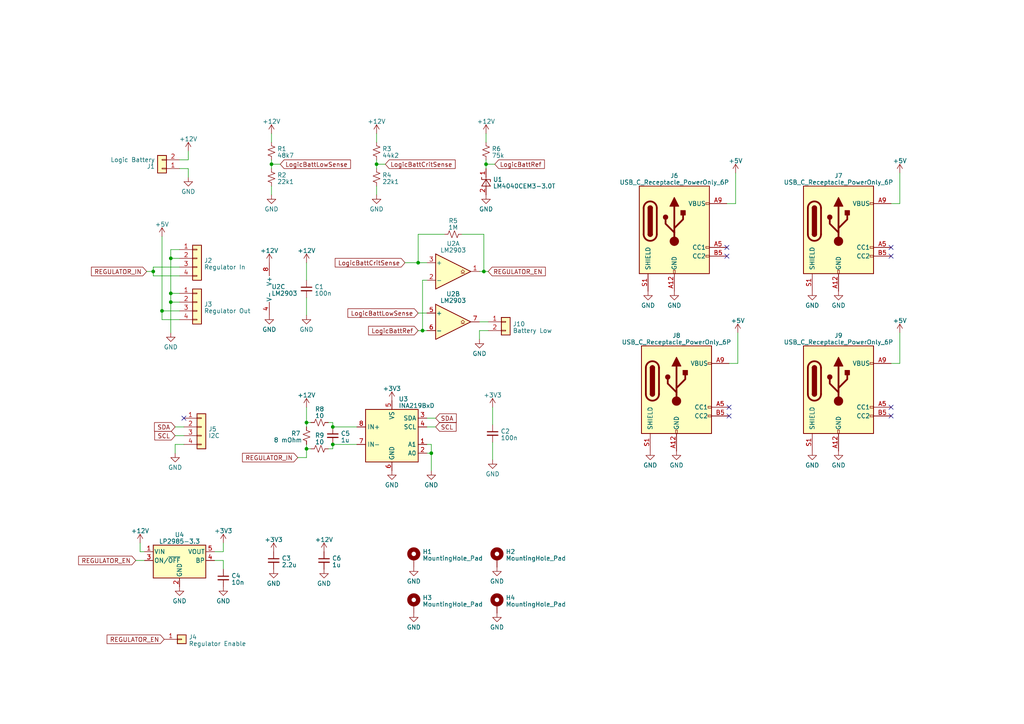
<source format=kicad_sch>
(kicad_sch (version 20230121) (generator eeschema)
  (paper "A4")
  (lib_symbols
    (symbol "Comparator:LM2903" (pin_names (offset 0.127))
      (property "Reference" "U" (at 3.81 3.81 0))
      (property "Value" "LM2903" (at 6.35 -3.81 0))
      (symbol "LM2903_1_1"
        (polyline (pts (xy -5.08 5.08) (xy 5.08 0) (xy -5.08 -5.08) (xy -5.08 5.08)) (stroke (width 0.254)) (fill (type background)))
        (polyline (pts (xy 3.302 -0.508) (xy 2.794 -0.508) (xy 3.302 0) (xy 2.794 0.508) (xy 2.286 0) (xy 2.794 -0.508) (xy 2.286 -0.508)) (stroke (width 0.127)))
        (pin open_collector line (at 7.62 0 180) (length 2.54) (name "~") (number "1"))
        (pin input line (at -7.62 -2.54 0) (length 2.54) (name "-") (number "2"))
        (pin input line (at -7.62 2.54 0) (length 2.54) (name "+") (number "3"))
      )
      (symbol "LM2903_2_1"
        (polyline (pts (xy -5.08 5.08) (xy 5.08 0) (xy -5.08 -5.08) (xy -5.08 5.08)) (stroke (width 0.254)) (fill (type background)))
        (polyline (pts (xy 3.302 -0.508) (xy 2.794 -0.508) (xy 3.302 0) (xy 2.794 0.508) (xy 2.286 0) (xy 2.794 -0.508) (xy 2.286 -0.508)) (stroke (width 0.127)))
        (pin input line (at -7.62 2.54 0) (length 2.54) (name "+") (number "5"))
        (pin input line (at -7.62 -2.54 0) (length 2.54) (name "-") (number "6"))
        (pin open_collector line (at 7.62 0 180) (length 2.54) (name "~") (number "7"))
      )
      (symbol "LM2903_3_1"
        (pin power_in line (at -2.54 -7.62 90) (length 3.81) (name "V-") (number "4"))
        (pin power_in line (at -2.54 7.62 270) (length 3.81) (name "V+") (number "8"))
      )
    )
    (symbol "Connector:USB_C_Receptacle_PowerOnly_6P" (pin_names (offset 1.016))
      (property "Reference" "J" (at 0 16.51 0))
      (property "Value" "USB_C_Receptacle_PowerOnly_6P" (at 0 13.97 0))
      (symbol "USB_C_Receptacle_PowerOnly_6P_0_0"
        (rectangle (start -0.254 -12.7) (end 0.254 -11.684))
        (rectangle (start 10.16 -7.366) (end 9.144 -7.874))
        (rectangle (start 10.16 -4.826) (end 9.144 -5.334))
        (rectangle (start 10.16 7.874) (end 9.144 7.366))
      )
      (symbol "USB_C_Receptacle_PowerOnly_6P_0_1"
        (rectangle (start -10.16 12.7) (end 10.16 -12.7) (stroke (width 0.254)) (fill (type background)))
        (arc (start -8.89 -1.27) (mid -6.985 -3.1667) (end -5.08 -1.27) (stroke (width 0.508)))
        (arc (start -7.62 -1.27) (mid -6.985 -1.9023) (end -6.35 -1.27) (stroke (width 0.254)))
        (arc (start -7.62 -1.27) (mid -6.985 -1.9023) (end -6.35 -1.27) (stroke (width 0.254)) (fill (type outline)))
        (rectangle (start -7.62 -1.27) (end -6.35 6.35) (stroke (width 0.254)) (fill (type outline)))
        (arc (start -6.35 6.35) (mid -6.985 6.9823) (end -7.62 6.35) (stroke (width 0.254)))
        (arc (start -6.35 6.35) (mid -6.985 6.9823) (end -7.62 6.35) (stroke (width 0.254)) (fill (type outline)))
        (arc (start -5.08 6.35) (mid -6.985 8.2467) (end -8.89 6.35) (stroke (width 0.508)))
        (circle (center -2.54 3.683) (radius 0.635) (stroke (width 0.254)) (fill (type outline)))
        (circle (center 0 -3.302) (radius 1.27) (fill (type outline)))
        (polyline (pts (xy -8.89 -1.27) (xy -8.89 6.35)) (stroke (width 0.508)))
        (polyline (pts (xy -5.08 6.35) (xy -5.08 -1.27)) (stroke (width 0.508)))
        (polyline (pts (xy 0 -3.302) (xy 0 6.858)) (stroke (width 0.508)))
        (polyline (pts (xy 0 -0.762) (xy -2.54 1.778) (xy -2.54 3.048)) (stroke (width 0.508)))
        (polyline (pts (xy 0 0.508) (xy 2.54 3.048) (xy 2.54 4.318)) (stroke (width 0.508)))
        (polyline (pts (xy -1.27 6.858) (xy 0 9.398) (xy 1.27 6.858) (xy -1.27 6.858)) (stroke (width 0.254)) (fill (type outline)))
        (rectangle (start 1.905 4.318) (end 3.175 5.588) (stroke (width 0.254)) (fill (type outline)))
      )
      (symbol "USB_C_Receptacle_PowerOnly_6P_1_1"
        (pin passive line (at 0 -17.78 90) (length 5.08) (name "GND") (number "A12"))
        (pin bidirectional line (at 15.24 -5.08 180) (length 5.08) (name "CC1") (number "A5"))
        (pin passive line (at 15.24 7.62 180) (length 5.08) (name "VBUS") (number "A9"))
        (pin passive line (at 0 -17.78 90) (length 5.08) hide (name "GND") (number "B12"))
        (pin bidirectional line (at 15.24 -7.62 180) (length 5.08) (name "CC2") (number "B5"))
        (pin passive line (at 15.24 7.62 180) (length 5.08) hide (name "VBUS") (number "B9"))
        (pin passive line (at -7.62 -17.78 90) (length 5.08) (name "SHIELD") (number "S1"))
      )
    )
    (symbol "Connector_Generic:Conn_01x01" (pin_names (offset 1.016) hide)
      (property "Reference" "J" (at 0 2.54 0))
      (property "Value" "Conn_01x01" (at 0 -2.54 0))
      (symbol "Conn_01x01_1_1"
        (rectangle (start -1.27 0.127) (end 0 -0.127) (stroke (width 0.1524)))
        (rectangle (start -1.27 1.27) (end 1.27 -1.27) (stroke (width 0.254)) (fill (type background)))
        (pin passive line (at -5.08 0 0) (length 3.81) (name "Pin_1") (number "1"))
      )
    )
    (symbol "Connector_Generic:Conn_01x02" (pin_names (offset 1.016) hide)
      (property "Reference" "J" (at 0 2.54 0))
      (property "Value" "Conn_01x02" (at 0 -5.08 0))
      (symbol "Conn_01x02_1_1"
        (rectangle (start -1.27 -2.413) (end 0 -2.667) (stroke (width 0.1524)))
        (rectangle (start -1.27 0.127) (end 0 -0.127) (stroke (width 0.1524)))
        (rectangle (start -1.27 1.27) (end 1.27 -3.81) (stroke (width 0.254)) (fill (type background)))
        (pin passive line (at -5.08 0 0) (length 3.81) (name "Pin_1") (number "1"))
        (pin passive line (at -5.08 -2.54 0) (length 3.81) (name "Pin_2") (number "2"))
      )
    )
    (symbol "Connector_Generic:Conn_01x04" (pin_names (offset 1.016) hide)
      (property "Reference" "J" (at 0 5.08 0))
      (property "Value" "Conn_01x04" (at 0 -7.62 0))
      (symbol "Conn_01x04_1_1"
        (rectangle (start -1.27 -4.953) (end 0 -5.207) (stroke (width 0.1524)))
        (rectangle (start -1.27 -2.413) (end 0 -2.667) (stroke (width 0.1524)))
        (rectangle (start -1.27 0.127) (end 0 -0.127) (stroke (width 0.1524)))
        (rectangle (start -1.27 2.667) (end 0 2.413) (stroke (width 0.1524)))
        (rectangle (start -1.27 3.81) (end 1.27 -6.35) (stroke (width 0.254)) (fill (type background)))
        (pin passive line (at -5.08 2.54 0) (length 3.81) (name "Pin_1") (number "1"))
        (pin passive line (at -5.08 0 0) (length 3.81) (name "Pin_2") (number "2"))
        (pin passive line (at -5.08 -2.54 0) (length 3.81) (name "Pin_3") (number "3"))
        (pin passive line (at -5.08 -5.08 0) (length 3.81) (name "Pin_4") (number "4"))
      )
    )
    (symbol "Device:C_Small" (pin_numbers hide) (pin_names (offset 0.254) hide)
      (property "Reference" "C" (at 0.254 1.778 0))
      (property "Value" "C_Small" (at 0.254 -2.032 0))
      (symbol "C_Small_0_1"
        (polyline (pts (xy -1.524 -0.508) (xy 1.524 -0.508)) (stroke (width 0.3302)))
        (polyline (pts (xy -1.524 0.508) (xy 1.524 0.508)) (stroke (width 0.3048)))
      )
      (symbol "C_Small_1_1"
        (pin passive line (at 0 2.54 270) (length 2.032) (name "~") (number "1"))
        (pin passive line (at 0 -2.54 90) (length 2.032) (name "~") (number "2"))
      )
    )
    (symbol "Device:R_Small_US" (pin_numbers hide) (pin_names (offset 0.254) hide)
      (property "Reference" "R" (at 0.762 0.508 0))
      (property "Value" "R_Small_US" (at 0.762 -1.016 0))
      (symbol "R_Small_US_1_1"
        (polyline (pts (xy 0 0) (xy 1.016 -0.381) (xy 0 -0.762) (xy -1.016 -1.143) (xy 0 -1.524)))
        (polyline (pts (xy 0 1.524) (xy 1.016 1.143) (xy 0 0.762) (xy -1.016 0.381) (xy 0 0)))
        (pin passive line (at 0 2.54 270) (length 1.016) (name "~") (number "1"))
        (pin passive line (at 0 -2.54 90) (length 1.016) (name "~") (number "2"))
      )
    )
    (symbol "Mechanical:MountingHole_Pad" (pin_numbers hide) (pin_names (offset 1.016) hide)
      (property "Reference" "H" (at 0 6.35 0))
      (property "Value" "MountingHole_Pad" (at 0 4.445 0))
      (symbol "MountingHole_Pad_0_1"
        (circle (center 0 1.27) (radius 1.27) (stroke (width 1.27)))
      )
      (symbol "MountingHole_Pad_1_1"
        (pin input line (at 0 -2.54 90) (length 2.54) (name "1") (number "1"))
      )
    )
    (symbol "Parts:LM4040CEM3-3.0T" (pin_names (offset 0.0254) hide)
      (property "Reference" "U" (at 0 2.54 0))
      (property "Value" "LM4040CEM3-3.0T" (at 0 -3.175 0))
      (symbol "LM4040CEM3-3.0T_0_1"
        (polyline (pts (xy -1.27 0) (xy 0 0) (xy 1.27 0)))
        (polyline (pts (xy -1.27 -1.27) (xy 0.635 0) (xy -1.27 1.27) (xy -1.27 -1.27)) (stroke (width 0.2032)))
        (polyline (pts (xy 0 -1.27) (xy 0.635 -1.27) (xy 0.635 1.27) (xy 1.27 1.27)) (stroke (width 0.2032)))
      )
      (symbol "LM4040CEM3-3.0T_1_1"
        (pin passive line (at 3.81 0 180) (length 2.54) (name "K") (number "1"))
        (pin passive line (at -3.81 0 0) (length 2.54) (name "A") (number "2"))
      )
    )
    (symbol "Regulator_Linear:LP2985-3.3" (pin_names (offset 0.254))
      (property "Reference" "U" (at -6.35 5.715 0))
      (property "Value" "LP2985-3.3" (at 0 5.715 0))
      (symbol "LP2985-3.3_0_1"
        (rectangle (start -7.62 -5.08) (end 7.62 4.445) (stroke (width 0.254)) (fill (type background)))
      )
      (symbol "LP2985-3.3_1_1"
        (pin power_in line (at -10.16 2.54 0) (length 2.54) (name "VIN") (number "1"))
        (pin power_in line (at 0 -7.62 90) (length 2.54) (name "GND") (number "2"))
        (pin input line (at -10.16 0 0) (length 2.54) (name "ON/~{OFF}") (number "3"))
        (pin input line (at 10.16 0 180) (length 2.54) (name "BP") (number "4"))
        (pin power_out line (at 10.16 2.54 180) (length 2.54) (name "VOUT") (number "5"))
      )
    )
    (symbol "Sensor_Energy:INA219BxD"
      (property "Reference" "U" (at -6.35 8.89 0))
      (property "Value" "INA219BxD" (at 5.08 8.89 0))
      (symbol "INA219BxD_0_1"
        (rectangle (start -7.62 7.62) (end 7.62 -7.62) (stroke (width 0.254)) (fill (type background)))
      )
      (symbol "INA219BxD_1_1"
        (pin input line (at 10.16 -2.54 180) (length 2.54) (name "A1") (number "1"))
        (pin input line (at 10.16 -5.08 180) (length 2.54) (name "A0") (number "2"))
        (pin bidirectional line (at 10.16 5.08 180) (length 2.54) (name "SDA") (number "3"))
        (pin input line (at 10.16 2.54 180) (length 2.54) (name "SCL") (number "4"))
        (pin power_in line (at 0 10.16 270) (length 2.54) (name "VS") (number "5"))
        (pin power_in line (at 0 -10.16 90) (length 2.54) (name "GND") (number "6"))
        (pin input line (at -10.16 -2.54 0) (length 2.54) (name "IN-") (number "7"))
        (pin input line (at -10.16 2.54 0) (length 2.54) (name "IN+") (number "8"))
      )
    )
    (symbol "power:+12V" (power) (pin_names (offset 0))
      (property "Value" "+12V" (at 0 3.556 0))
      (symbol "+12V_0_1"
        (polyline (pts (xy -0.762 1.27) (xy 0 2.54)))
        (polyline (pts (xy 0 0) (xy 0 2.54)))
        (polyline (pts (xy 0 2.54) (xy 0.762 1.27)))
      )
      (symbol "+12V_1_1"
        (pin power_in line (at 0 0 90) (length 0) hide (name "+12V") (number "1"))
      )
    )
    (symbol "power:+3V3" (power) (pin_names (offset 0))
      (property "Value" "+3V3" (at 0 3.556 0))
      (symbol "+3V3_0_1"
        (polyline (pts (xy -0.762 1.27) (xy 0 2.54)))
        (polyline (pts (xy 0 0) (xy 0 2.54)))
        (polyline (pts (xy 0 2.54) (xy 0.762 1.27)))
      )
      (symbol "+3V3_1_1"
        (pin power_in line (at 0 0 90) (length 0) hide (name "+3V3") (number "1"))
      )
    )
    (symbol "power:+5V" (power) (pin_names (offset 0))
      (property "Value" "+5V" (at 0 3.556 0))
      (symbol "+5V_0_1"
        (polyline (pts (xy -0.762 1.27) (xy 0 2.54)))
        (polyline (pts (xy 0 0) (xy 0 2.54)))
        (polyline (pts (xy 0 2.54) (xy 0.762 1.27)))
      )
      (symbol "+5V_1_1"
        (pin power_in line (at 0 0 90) (length 0) hide (name "+5V") (number "1"))
      )
    )
    (symbol "power:GND" (power) (pin_names (offset 0))
      (property "Value" "GND" (at 0 -3.81 0))
      (symbol "GND_0_1"
        (polyline (pts (xy 0 0) (xy 0 -1.27) (xy 1.27 -1.27) (xy 0 -2.54) (xy -1.27 -1.27) (xy 0 -1.27)))
      )
      (symbol "GND_1_1"
        (pin power_in line (at 0 0 270) (length 0) hide (name "GND") (number "1"))
      )
    )
  )
  (junction (at 121.285 76.2))
  (junction (at 109.22 47.625))
  (junction (at 140.97 47.625))
  (junction (at 78.74 47.625))
  (junction (at 44.45 78.74))
  (junction (at 96.52 123.825))
  (junction (at 49.53 87.63))
  (junction (at 140.335 78.74))
  (junction (at 49.53 74.93))
  (junction (at 88.9 122.555))
  (junction (at 122.555 95.885))
  (junction (at 46.99 90.17))
  (junction (at 96.52 128.905))
  (junction (at 125.095 131.445))
  (junction (at 49.53 85.09))
  (junction (at 88.9 130.175))
  (no_connect (at 211.455 118.11))
  (no_connect (at 210.82 74.295))
  (no_connect (at 53.34 121.285))
  (no_connect (at 258.445 120.65))
  (no_connect (at 210.82 71.755))
  (no_connect (at 211.455 120.65))
  (no_connect (at 258.445 74.295))
  (no_connect (at 258.445 118.11))
  (no_connect (at 258.445 71.755))
  (wire (pts (xy 64.77 160.02) (xy 64.77 157.48)))
  (wire (pts (xy 109.22 47.625) (xy 111.76 47.625)))
  (wire (pts (xy 142.875 118.11) (xy 142.875 123.19)))
  (wire (pts (xy 96.52 130.175) (xy 96.52 128.905)))
  (wire (pts (xy 52.07 72.39) (xy 49.53 72.39)))
  (wire (pts (xy 88.9 123.825) (xy 88.9 122.555)))
  (wire (pts (xy 109.22 38.735) (xy 109.22 41.275)))
  (wire (pts (xy 258.445 105.41) (xy 260.985 105.41)))
  (wire (pts (xy 49.53 85.09) (xy 52.07 85.09)))
  (wire (pts (xy 46.99 92.71) (xy 46.99 90.17)))
  (wire (pts (xy 121.285 95.885) (xy 122.555 95.885)))
  (wire (pts (xy 139.065 78.74) (xy 140.335 78.74)))
  (wire (pts (xy 78.74 47.625) (xy 78.74 48.895)))
  (wire (pts (xy 52.07 48.895) (xy 54.61 48.895)))
  (wire (pts (xy 62.23 162.56) (xy 64.77 162.56)))
  (wire (pts (xy 121.285 67.945) (xy 121.285 76.2)))
  (wire (pts (xy 78.74 47.625) (xy 81.28 47.625)))
  (wire (pts (xy 125.095 131.445) (xy 125.095 136.525)))
  (wire (pts (xy 123.825 121.285) (xy 126.365 121.285)))
  (wire (pts (xy 109.22 53.975) (xy 109.22 56.515)))
  (wire (pts (xy 260.985 50.165) (xy 260.985 59.055)))
  (wire (pts (xy 117.475 76.2) (xy 121.285 76.2)))
  (wire (pts (xy 52.07 92.71) (xy 46.99 92.71)))
  (wire (pts (xy 122.555 81.28) (xy 122.555 95.885)))
  (wire (pts (xy 88.9 122.555) (xy 90.17 122.555)))
  (wire (pts (xy 52.07 87.63) (xy 49.53 87.63)))
  (wire (pts (xy 88.9 130.175) (xy 90.17 130.175)))
  (wire (pts (xy 50.8 131.445) (xy 50.8 128.905)))
  (wire (pts (xy 88.9 130.175) (xy 88.9 132.715)))
  (wire (pts (xy 54.61 43.815) (xy 54.61 46.355)))
  (wire (pts (xy 49.53 74.93) (xy 52.07 74.93)))
  (wire (pts (xy 140.97 47.625) (xy 140.97 48.895)))
  (wire (pts (xy 49.53 74.93) (xy 49.53 85.09)))
  (wire (pts (xy 123.825 128.905) (xy 125.095 128.905)))
  (wire (pts (xy 139.065 95.885) (xy 139.065 98.425)))
  (wire (pts (xy 213.995 96.52) (xy 213.995 105.41)))
  (wire (pts (xy 96.52 128.905) (xy 103.505 128.905)))
  (wire (pts (xy 141.605 95.885) (xy 139.065 95.885)))
  (wire (pts (xy 62.23 160.02) (xy 64.77 160.02)))
  (wire (pts (xy 88.9 76.2) (xy 88.9 81.28)))
  (wire (pts (xy 44.45 77.47) (xy 52.07 77.47)))
  (wire (pts (xy 49.53 87.63) (xy 49.53 96.52)))
  (wire (pts (xy 88.9 128.905) (xy 88.9 130.175)))
  (wire (pts (xy 88.9 118.11) (xy 88.9 122.555)))
  (wire (pts (xy 44.45 78.74) (xy 44.45 80.01)))
  (wire (pts (xy 52.07 46.355) (xy 54.61 46.355)))
  (wire (pts (xy 50.8 126.365) (xy 53.34 126.365)))
  (wire (pts (xy 140.97 47.625) (xy 143.51 47.625)))
  (wire (pts (xy 78.74 53.975) (xy 78.74 56.515)))
  (wire (pts (xy 44.45 77.47) (xy 44.45 78.74)))
  (wire (pts (xy 42.545 78.74) (xy 44.45 78.74)))
  (wire (pts (xy 122.555 81.28) (xy 123.825 81.28)))
  (wire (pts (xy 96.52 123.825) (xy 103.505 123.825)))
  (wire (pts (xy 39.37 162.56) (xy 41.91 162.56)))
  (wire (pts (xy 140.335 78.74) (xy 141.605 78.74)))
  (wire (pts (xy 140.97 38.735) (xy 140.97 41.275)))
  (wire (pts (xy 140.97 46.355) (xy 140.97 47.625)))
  (wire (pts (xy 54.61 48.895) (xy 54.61 51.435)))
  (wire (pts (xy 46.99 68.58) (xy 46.99 90.17)))
  (wire (pts (xy 49.53 72.39) (xy 49.53 74.93)))
  (wire (pts (xy 258.445 59.055) (xy 260.985 59.055)))
  (wire (pts (xy 95.25 122.555) (xy 96.52 122.555)))
  (wire (pts (xy 125.095 128.905) (xy 125.095 131.445)))
  (wire (pts (xy 78.74 46.355) (xy 78.74 47.625)))
  (wire (pts (xy 50.8 123.825) (xy 53.34 123.825)))
  (wire (pts (xy 109.22 47.625) (xy 109.22 48.895)))
  (wire (pts (xy 49.53 85.09) (xy 49.53 87.63)))
  (wire (pts (xy 142.875 128.27) (xy 142.875 133.35)))
  (wire (pts (xy 140.335 78.74) (xy 140.335 67.945)))
  (wire (pts (xy 140.335 67.945) (xy 133.985 67.945)))
  (wire (pts (xy 213.36 50.165) (xy 213.36 59.055)))
  (wire (pts (xy 109.22 46.355) (xy 109.22 47.625)))
  (wire (pts (xy 121.285 76.2) (xy 123.825 76.2)))
  (wire (pts (xy 50.8 128.905) (xy 53.34 128.905)))
  (wire (pts (xy 139.065 93.345) (xy 141.605 93.345)))
  (wire (pts (xy 46.99 90.17) (xy 52.07 90.17)))
  (wire (pts (xy 128.905 67.945) (xy 121.285 67.945)))
  (wire (pts (xy 122.555 95.885) (xy 123.825 95.885)))
  (wire (pts (xy 78.74 38.735) (xy 78.74 41.275)))
  (wire (pts (xy 121.285 90.805) (xy 123.825 90.805)))
  (wire (pts (xy 123.825 123.825) (xy 126.365 123.825)))
  (wire (pts (xy 86.36 132.715) (xy 88.9 132.715)))
  (wire (pts (xy 40.64 157.48) (xy 40.64 160.02)))
  (wire (pts (xy 210.82 59.055) (xy 213.36 59.055)))
  (wire (pts (xy 260.985 96.52) (xy 260.985 105.41)))
  (wire (pts (xy 41.91 160.02) (xy 40.64 160.02)))
  (wire (pts (xy 211.455 105.41) (xy 213.995 105.41)))
  (wire (pts (xy 96.52 122.555) (xy 96.52 123.825)))
  (wire (pts (xy 64.77 162.56) (xy 64.77 165.1)))
  (wire (pts (xy 95.25 130.175) (xy 96.52 130.175)))
  (wire (pts (xy 123.825 131.445) (xy 125.095 131.445)))
  (wire (pts (xy 44.45 80.01) (xy 52.07 80.01)))
  (wire (pts (xy 88.9 86.36) (xy 88.9 91.44)))
  (global_label "SDA" (shape input) (at 50.8 123.825 180) (property "Intersheetrefs" "${INTERSHEET_REFS}" (effects hide)))
  (global_label "LogicBattCritSense" (shape input) (at 111.76 47.625 0) (property "Intersheetrefs" "${INTERSHEET_REFS}" (effects hide)))
  (global_label "REGULATOR_IN" (shape input) (at 42.545 78.74 180) (property "Intersheetrefs" "${INTERSHEET_REFS}" (effects hide)))
  (global_label "REGULATOR_EN" (shape input) (at 39.37 162.56 180) (property "Intersheetrefs" "${INTERSHEET_REFS}" (effects hide)))
  (global_label "REGULATOR_EN" (shape input) (at 47.625 185.42 180) (property "Intersheetrefs" "${INTERSHEET_REFS}" (effects hide)))
  (global_label "SCL" (shape input) (at 126.365 123.825 0) (property "Intersheetrefs" "${INTERSHEET_REFS}" (effects hide)))
  (global_label "LogicBattRef" (shape input) (at 143.51 47.625 0) (property "Intersheetrefs" "${INTERSHEET_REFS}" (effects hide)))
  (global_label "REGULATOR_EN" (shape input) (at 141.605 78.74 0) (property "Intersheetrefs" "${INTERSHEET_REFS}" (effects hide)))
  (global_label "REGULATOR_IN" (shape input) (at 86.36 132.715 180) (property "Intersheetrefs" "${INTERSHEET_REFS}" (effects hide)))
  (global_label "LogicBattRef" (shape input) (at 121.285 95.885 180) (property "Intersheetrefs" "${INTERSHEET_REFS}" (effects hide)))
  (global_label "LogicBattLowSense" (shape input) (at 81.28 47.625 0) (property "Intersheetrefs" "${INTERSHEET_REFS}" (effects hide)))
  (global_label "LogicBattLowSense" (shape input) (at 121.285 90.805 180) (property "Intersheetrefs" "${INTERSHEET_REFS}" (effects hide)))
  (global_label "SCL" (shape input) (at 50.8 126.365 180) (property "Intersheetrefs" "${INTERSHEET_REFS}" (effects hide)))
  (global_label "LogicBattCritSense" (shape input) (at 117.475 76.2 180) (property "Intersheetrefs" "${INTERSHEET_REFS}" (effects hide)))
  (global_label "SDA" (shape input) (at 126.365 121.285 0) (property "Intersheetrefs" "${INTERSHEET_REFS}" (effects hide)))
  (symbol (lib_id "power:GND") (at 140.97 56.515 0) (unit 1)
    (property "Reference" "#PWR09" (effects hide))
    (property "Value" "GND" (at 140.97 60.6505 0))
  )
  (symbol (lib_id "power:GND") (at 196.215 130.81 0) (unit 1)
    (property "Reference" "#PWR029" (effects hide))
    (property "Value" "GND" (at 196.215 134.9455 0))
  )
  (symbol (lib_id "power:GND") (at 139.065 98.425 0) (unit 1)
    (property "Reference" "#PWR042" (effects hide))
    (property "Value" "GND" (at 139.065 102.5605 0))
  )
  (symbol (lib_id "Comparator:LM2903") (at 131.445 78.74 0) (unit 1)
    (property "Reference" "U2" (at 131.445 70.6501 0))
    (property "Value" "LM2903" (at 131.445 72.5711 0))
    (property "Footprint" "Package_SO:TSSOP-8_4.4x3mm_P0.65mm" (effects hide))
    (property "Datasheet" "http://www.ti.com/lit/ds/symlink/lm393.pdf" (effects hide))
  )
  (symbol (lib_id "power:GND") (at 125.095 136.525 0) (unit 1)
    (property "Reference" "#PWR020" (effects hide))
    (property "Value" "GND" (at 125.095 140.6605 0))
  )
  (symbol (lib_id "power:GND") (at 188.595 130.81 0) (unit 1)
    (property "Reference" "#PWR028" (effects hide))
    (property "Value" "GND" (at 188.595 134.9455 0))
  )
  (symbol (lib_id "Device:C_Small") (at 96.52 126.365 0) (unit 1)
    (property "Reference" "C5" (at 98.8441 125.7276 0) (effects (justify left)))
    (property "Value" "1u" (at 98.8441 127.6486 0) (effects (justify left)))
    (property "Footprint" "Capacitor_SMD:C_0603_1608Metric_Pad1.08x0.95mm_HandSolder" (effects hide))
  )
  (symbol (lib_id "power:GND") (at 142.875 133.35 0) (unit 1)
    (property "Reference" "#PWR019" (effects hide))
    (property "Value" "GND" (at 142.875 137.4855 0))
  )
  (symbol (lib_id "power:GND") (at 54.61 51.435 0) (unit 1)
    (property "Reference" "#PWR015" (effects hide))
    (property "Value" "GND" (at 54.61 55.5705 0))
  )
  (symbol (lib_id "power:GND") (at 50.8 131.445 0) (unit 1)
    (property "Reference" "#PWR022" (effects hide))
    (property "Value" "GND" (at 50.8 135.5805 0))
  )
  (symbol (lib_id "power:+12V") (at 40.64 157.48 0) (unit 1)
    (property "Reference" "#PWR035" (effects hide))
    (property "Value" "+12V" (at 40.64 153.9781 0))
  )
  (symbol (lib_id "Connector:USB_C_Receptacle_PowerOnly_6P") (at 195.58 66.675 0) (unit 1)
    (property "Reference" "J6" (at 195.58 50.9651 0))
    (property "Value" "USB_C_Receptacle_PowerOnly_6P" (at 195.58 52.8861 0))
    (property "Footprint" "Connector_USB:USB_C_Receptacle_GCT_USB4135-GF-A_6P_TopMnt_Horizontal" (effects hide))
    (property "Datasheet" "https://www.usb.org/sites/default/files/documents/usb_type-c.zip" (effects hide))
  )
  (symbol (lib_id "power:+5V") (at 213.995 96.52 0) (unit 1)
    (property "Reference" "#PWR030" (effects hide))
    (property "Value" "+5V" (at 213.995 93.0181 0))
  )
  (symbol (lib_id "Mechanical:MountingHole_Pad") (at 144.145 175.26 0) (unit 1)
    (property "Reference" "H4" (at 146.685 173.3463 0) (effects (justify left)))
    (property "Value" "MountingHole_Pad" (at 146.685 175.2673 0) (effects (justify left)))
    (property "Footprint" "Footprints:MountingHole_3.2mm_M3_Pad_Square" (effects hide))
  )
  (symbol (lib_id "power:+5V") (at 260.985 50.165 0) (unit 1)
    (property "Reference" "#PWR027" (effects hide))
    (property "Value" "+5V" (at 260.985 46.6631 0))
  )
  (symbol (lib_id "power:+12V") (at 88.9 118.11 0) (unit 1)
    (property "Reference" "#PWR01" (effects hide))
    (property "Value" "+12V" (at 88.9 114.6081 0))
  )
  (symbol (lib_id "Connector_Generic:Conn_01x01") (at 52.705 185.42 0) (unit 1)
    (property "Reference" "J4" (at 54.737 184.7763 0) (effects (justify left)))
    (property "Value" "Regulator Enable" (at 54.737 186.6973 0) (effects (justify left)))
    (property "Footprint" "Connector_PinHeader_2.54mm:PinHeader_1x01_P2.54mm_Vertical" (effects hide))
  )
  (symbol (lib_id "Device:R_Small_US") (at 109.22 43.815 0) (unit 1)
    (property "Reference" "R3" (at 110.871 43.1713 0) (effects (justify left)))
    (property "Value" "44k2" (at 110.871 45.0923 0) (effects (justify left)))
    (property "Footprint" "Resistor_SMD:R_0603_1608Metric_Pad0.98x0.95mm_HandSolder" (effects hide))
  )
  (symbol (lib_id "Connector_Generic:Conn_01x02") (at 46.99 48.895 180) (unit 1)
    (property "Reference" "J1" (at 44.958 48.2687 0) (effects (justify left)))
    (property "Value" "Logic Battery" (at 44.958 46.3477 0) (effects (justify left)))
    (property "Footprint" "Connector_AMASS:AMASS_XT60-M_1x02_P7.20mm_Vertical" (effects hide))
  )
  (symbol (lib_id "Device:R_Small_US") (at 92.71 122.555 90) (unit 1)
    (property "Reference" "R8" (at 92.71 118.6561 90))
    (property "Value" "10" (at 92.71 120.5771 90))
    (property "Footprint" "Resistor_SMD:R_0603_1608Metric_Pad0.98x0.95mm_HandSolder" (effects hide))
  )
  (symbol (lib_id "Comparator:LM2903") (at 131.445 93.345 0) (unit 2)
    (property "Reference" "U2" (at 131.445 85.2551 0))
    (property "Value" "LM2903" (at 131.445 87.1761 0))
    (property "Footprint" "Package_SO:TSSOP-8_4.4x3mm_P0.65mm" (effects hide))
    (property "Datasheet" "http://www.ti.com/lit/ds/symlink/lm393.pdf" (effects hide))
  )
  (symbol (lib_id "power:+3V3") (at 64.77 157.48 0) (unit 1)
    (property "Reference" "#PWR036" (effects hide))
    (property "Value" "+3V3" (at 64.77 153.9781 0))
  )
  (symbol (lib_id "power:+12V") (at 93.98 160.02 0) (unit 1)
    (property "Reference" "#PWR038" (effects hide))
    (property "Value" "+12V" (at 93.98 156.5181 0))
  )
  (symbol (lib_id "power:GND") (at 113.665 136.525 0) (unit 1)
    (property "Reference" "#PWR016" (effects hide))
    (property "Value" "GND" (at 113.665 140.6605 0))
  )
  (symbol (lib_id "Device:R_Small_US") (at 92.71 130.175 90) (unit 1)
    (property "Reference" "R9" (at 92.71 126.2761 90))
    (property "Value" "10" (at 92.71 128.1971 90))
    (property "Footprint" "Resistor_SMD:R_0603_1608Metric_Pad0.98x0.95mm_HandSolder" (effects hide))
  )
  (symbol (lib_id "Parts:LM4040CEM3-3.0T") (at 140.97 52.705 90) (unit 1)
    (property "Reference" "U1" (at 142.9766 52.0613 90) (effects (justify right)))
    (property "Value" "LM4040CEM3-3.0T" (at 142.9766 53.9823 90) (effects (justify right)))
    (property "Footprint" "Package_TO_SOT_SMD:SOT-23-3" (effects hide))
    (property "Datasheet" "https://www.mouser.com/datasheet/2/256/LM4040-LM4040D-962257.pdf" (effects hide))
  )
  (symbol (lib_id "power:GND") (at 52.07 170.18 0) (unit 1)
    (property "Reference" "#PWR034" (effects hide))
    (property "Value" "GND" (at 52.07 174.3155 0))
  )
  (symbol (lib_id "power:GND") (at 243.205 130.81 0) (unit 1)
    (property "Reference" "#PWR032" (effects hide))
    (property "Value" "GND" (at 243.205 134.9455 0))
  )
  (symbol (lib_id "power:+5V") (at 213.36 50.165 0) (unit 1)
    (property "Reference" "#PWR024" (effects hide))
    (property "Value" "+5V" (at 213.36 46.6631 0))
  )
  (symbol (lib_id "power:+12V") (at 78.74 38.735 0) (unit 1)
    (property "Reference" "#PWR04" (effects hide))
    (property "Value" "+12V" (at 78.74 35.2331 0))
  )
  (symbol (lib_id "power:GND") (at 79.375 165.1 0) (unit 1)
    (property "Reference" "#PWR041" (effects hide))
    (property "Value" "GND" (at 79.375 169.2355 0))
  )
  (symbol (lib_id "power:GND") (at 144.145 177.8 0) (unit 1)
    (property "Reference" "#PWR046" (effects hide))
    (property "Value" "GND" (at 144.145 181.9355 0))
  )
  (symbol (lib_id "power:+3V3") (at 113.665 116.205 0) (unit 1)
    (property "Reference" "#PWR017" (effects hide))
    (property "Value" "+3V3" (at 113.665 112.7031 0))
  )
  (symbol (lib_id "Mechanical:MountingHole_Pad") (at 120.015 161.925 0) (unit 1)
    (property "Reference" "H1" (at 122.555 160.0113 0) (effects (justify left)))
    (property "Value" "MountingHole_Pad" (at 122.555 161.9323 0) (effects (justify left)))
    (property "Footprint" "Footprints:MountingHole_3.2mm_M3_Pad_Square" (effects hide))
  )
  (symbol (lib_id "Device:C_Small") (at 142.875 125.73 0) (unit 1)
    (property "Reference" "C2" (at 145.1991 125.0926 0) (effects (justify left)))
    (property "Value" "100n" (at 145.1991 127.0136 0) (effects (justify left)))
    (property "Footprint" "Capacitor_SMD:C_0603_1608Metric_Pad1.08x0.95mm_HandSolder" (effects hide))
  )
  (symbol (lib_id "Device:R_Small_US") (at 78.74 43.815 0) (unit 1)
    (property "Reference" "R1" (at 80.391 43.1713 0) (effects (justify left)))
    (property "Value" "48k7" (at 80.391 45.0923 0) (effects (justify left)))
    (property "Footprint" "Resistor_SMD:R_0603_1608Metric_Pad0.98x0.95mm_HandSolder" (effects hide))
  )
  (symbol (lib_id "power:GND") (at 78.74 56.515 0) (unit 1)
    (property "Reference" "#PWR05" (effects hide))
    (property "Value" "GND" (at 78.74 60.6505 0))
  )
  (symbol (lib_id "Comparator:LM2903") (at 80.645 83.82 0) (unit 3)
    (property "Reference" "U2" (at 78.74 83.1763 0) (effects (justify left)))
    (property "Value" "LM2903" (at 78.74 85.0973 0) (effects (justify left)))
    (property "Footprint" "Package_SO:TSSOP-8_4.4x3mm_P0.65mm" (effects hide))
    (property "Datasheet" "http://www.ti.com/lit/ds/symlink/lm393.pdf" (effects hide))
  )
  (symbol (lib_id "Device:C_Small") (at 88.9 83.82 0) (unit 1)
    (property "Reference" "C1" (at 91.2241 83.1826 0) (effects (justify left)))
    (property "Value" "100n" (at 91.2241 85.1036 0) (effects (justify left)))
    (property "Footprint" "Capacitor_SMD:C_0603_1608Metric_Pad1.08x0.95mm_HandSolder" (effects hide))
  )
  (symbol (lib_id "power:GND") (at 49.53 96.52 0) (unit 1)
    (property "Reference" "#PWR03" (effects hide))
    (property "Value" "GND" (at 49.53 100.6555 0))
  )
  (symbol (lib_id "Device:C_Small") (at 79.375 162.56 0) (unit 1)
    (property "Reference" "C3" (at 81.6991 161.9226 0) (effects (justify left)))
    (property "Value" "2.2u" (at 81.6991 163.8436 0) (effects (justify left)))
    (property "Footprint" "Capacitor_SMD:C_0603_1608Metric_Pad1.08x0.95mm_HandSolder" (effects hide))
  )
  (symbol (lib_id "Mechanical:MountingHole_Pad") (at 120.015 175.26 0) (unit 1)
    (property "Reference" "H3" (at 122.555 173.3463 0) (effects (justify left)))
    (property "Value" "MountingHole_Pad" (at 122.555 175.2673 0) (effects (justify left)))
    (property "Footprint" "Footprints:MountingHole_3.2mm_M3_Pad_Square" (effects hide))
  )
  (symbol (lib_id "Connector_Generic:Conn_01x04") (at 58.42 123.825 0) (unit 1)
    (property "Reference" "J5" (at 60.452 124.4513 0) (effects (justify left)))
    (property "Value" "I2C" (at 60.452 126.3723 0) (effects (justify left)))
    (property "Footprint" "Connector_JST:JST_PH_B4B-PH-K_1x04_P2.00mm_Vertical" (effects hide))
  )
  (symbol (lib_id "power:GND") (at 120.015 177.8 0) (unit 1)
    (property "Reference" "#PWR045" (effects hide))
    (property "Value" "GND" (at 120.015 181.9355 0))
  )
  (symbol (lib_id "power:+12V") (at 54.61 43.815 0) (unit 1)
    (property "Reference" "#PWR014" (effects hide))
    (property "Value" "+12V" (at 54.61 40.3131 0))
  )
  (symbol (lib_id "power:+12V") (at 88.9 76.2 0) (unit 1)
    (property "Reference" "#PWR012" (effects hide))
    (property "Value" "+12V" (at 88.9 72.6981 0))
  )
  (symbol (lib_id "Device:C_Small") (at 93.98 162.56 0) (unit 1)
    (property "Reference" "C6" (at 96.3041 161.9226 0) (effects (justify left)))
    (property "Value" "1u" (at 96.3041 163.8436 0) (effects (justify left)))
    (property "Footprint" "Capacitor_SMD:C_0603_1608Metric_Pad1.08x0.95mm_HandSolder" (effects hide))
  )
  (symbol (lib_id "power:GND") (at 93.98 165.1 0) (unit 1)
    (property "Reference" "#PWR039" (effects hide))
    (property "Value" "GND" (at 93.98 169.2355 0))
  )
  (symbol (lib_id "power:GND") (at 235.585 130.81 0) (unit 1)
    (property "Reference" "#PWR031" (effects hide))
    (property "Value" "GND" (at 235.585 134.9455 0))
  )
  (symbol (lib_id "power:+12V") (at 78.105 76.2 0) (unit 1)
    (property "Reference" "#PWR010" (effects hide))
    (property "Value" "+12V" (at 78.105 72.6981 0))
  )
  (symbol (lib_id "Regulator_Linear:LP2985-3.3") (at 52.07 162.56 0) (unit 1)
    (property "Reference" "U4" (at 52.07 155.1051 0))
    (property "Value" "LP2985-3.3" (at 52.07 157.0261 0))
    (property "Footprint" "Package_TO_SOT_SMD:SOT-23-5" (effects hide))
    (property "Datasheet" "http://www.ti.com/lit/ds/symlink/lp2985.pdf" (effects hide))
  )
  (symbol (lib_id "Connector:USB_C_Receptacle_PowerOnly_6P") (at 196.215 113.03 0) (unit 1)
    (property "Reference" "J8" (at 196.215 97.3201 0))
    (property "Value" "USB_C_Receptacle_PowerOnly_6P" (at 196.215 99.2411 0))
    (property "Footprint" "Connector_USB:USB_C_Receptacle_GCT_USB4135-GF-A_6P_TopMnt_Horizontal" (effects hide))
    (property "Datasheet" "https://www.usb.org/sites/default/files/documents/usb_type-c.zip" (effects hide))
  )
  (symbol (lib_id "Connector_Generic:Conn_01x04") (at 57.15 74.93 0) (unit 1)
    (property "Reference" "J2" (at 59.182 75.5563 0) (effects (justify left)))
    (property "Value" "Regulator In" (at 59.182 77.4773 0) (effects (justify left)))
    (property "Footprint" "Connector_PinHeader_2.54mm:PinHeader_1x04_P2.54mm_Vertical" (effects hide))
  )
  (symbol (lib_id "power:+5V") (at 260.985 96.52 0) (unit 1)
    (property "Reference" "#PWR033" (effects hide))
    (property "Value" "+5V" (at 260.985 93.0181 0))
  )
  (symbol (lib_id "power:GND") (at 78.105 91.44 0) (unit 1)
    (property "Reference" "#PWR011" (effects hide))
    (property "Value" "GND" (at 78.105 95.5755 0))
  )
  (symbol (lib_id "Mechanical:MountingHole_Pad") (at 144.145 161.925 0) (unit 1)
    (property "Reference" "H2" (at 146.685 160.0113 0) (effects (justify left)))
    (property "Value" "MountingHole_Pad" (at 146.685 161.9323 0) (effects (justify left)))
    (property "Footprint" "Footprints:MountingHole_3.2mm_M3_Pad_Square" (effects hide))
  )
  (symbol (lib_id "power:GND") (at 144.145 164.465 0) (unit 1)
    (property "Reference" "#PWR044" (effects hide))
    (property "Value" "GND" (at 144.145 168.6005 0))
  )
  (symbol (lib_id "power:GND") (at 243.205 84.455 0) (unit 1)
    (property "Reference" "#PWR026" (effects hide))
    (property "Value" "GND" (at 243.205 88.5905 0))
  )
  (symbol (lib_id "power:+3V3") (at 79.375 160.02 0) (unit 1)
    (property "Reference" "#PWR040" (effects hide))
    (property "Value" "+3V3" (at 79.375 156.5181 0))
  )
  (symbol (lib_id "power:GND") (at 64.77 170.18 0) (unit 1)
    (property "Reference" "#PWR037" (effects hide))
    (property "Value" "GND" (at 64.77 174.3155 0))
  )
  (symbol (lib_id "Connector_Generic:Conn_01x02") (at 146.685 93.345 0) (unit 1)
    (property "Reference" "J10" (at 148.717 93.9713 0) (effects (justify left)))
    (property "Value" "Battery Low" (at 148.717 95.8923 0) (effects (justify left)))
    (property "Footprint" "Connector_JST:JST_PH_B2B-PH-K_1x02_P2.00mm_Vertical" (effects hide))
  )
  (symbol (lib_id "Device:R_Small_US") (at 88.9 126.365 0) (unit 1)
    (property "Reference" "R7" (at 84.455 125.73 0) (effects (justify left)))
    (property "Value" "8 mOhm" (at 79.375 127.635 0) (effects (justify left)))
    (property "Footprint" "Resistor_SMD:R_1206_3216Metric_Pad1.30x1.75mm_HandSolder" (effects hide))
  )
  (symbol (lib_id "power:+3V3") (at 142.875 118.11 0) (unit 1)
    (property "Reference" "#PWR018" (effects hide))
    (property "Value" "+3V3" (at 142.875 114.6081 0))
  )
  (symbol (lib_id "power:GND") (at 109.22 56.515 0) (unit 1)
    (property "Reference" "#PWR07" (effects hide))
    (property "Value" "GND" (at 109.22 60.6505 0))
  )
  (symbol (lib_id "Connector_Generic:Conn_01x04") (at 57.15 87.63 0) (unit 1)
    (property "Reference" "J3" (at 59.182 88.2563 0) (effects (justify left)))
    (property "Value" "Regulator Out" (at 59.182 90.1773 0) (effects (justify left)))
    (property "Footprint" "Connector_PinHeader_2.54mm:PinHeader_1x04_P2.54mm_Vertical" (effects hide))
  )
  (symbol (lib_id "Device:R_Small_US") (at 78.74 51.435 0) (unit 1)
    (property "Reference" "R2" (at 80.391 50.7913 0) (effects (justify left)))
    (property "Value" "22k1" (at 80.391 52.7123 0) (effects (justify left)))
    (property "Footprint" "Resistor_SMD:R_0603_1608Metric_Pad0.98x0.95mm_HandSolder" (effects hide))
  )
  (symbol (lib_id "power:GND") (at 195.58 84.455 0) (unit 1)
    (property "Reference" "#PWR021" (effects hide))
    (property "Value" "GND" (at 195.58 88.5905 0))
  )
  (symbol (lib_id "Device:R_Small_US") (at 109.22 51.435 0) (unit 1)
    (property "Reference" "R4" (at 110.871 50.7913 0) (effects (justify left)))
    (property "Value" "22k1" (at 110.871 52.7123 0) (effects (justify left)))
    (property "Footprint" "Resistor_SMD:R_0603_1608Metric_Pad0.98x0.95mm_HandSolder" (effects hide))
  )
  (symbol (lib_id "power:GND") (at 235.585 84.455 0) (unit 1)
    (property "Reference" "#PWR025" (effects hide))
    (property "Value" "GND" (at 235.585 88.5905 0))
  )
  (symbol (lib_id "Device:R_Small_US") (at 131.445 67.945 90) (unit 1)
    (property "Reference" "R5" (at 131.445 64.0461 90))
    (property "Value" "1M" (at 131.445 65.9671 90))
    (property "Footprint" "Resistor_SMD:R_0603_1608Metric_Pad0.98x0.95mm_HandSolder" (effects hide))
  )
  (symbol (lib_id "Sensor_Energy:INA219BxD") (at 113.665 126.365 0) (unit 1)
    (property "Reference" "U3" (at 115.6209 115.7351 0) (effects (justify left)))
    (property "Value" "INA219BxD" (at 115.6209 117.6561 0) (effects (justify left)))
    (property "Footprint" "Package_SO:SOIC-8_3.9x4.9mm_P1.27mm" (effects hide))
    (property "Datasheet" "http://www.ti.com/lit/ds/symlink/ina219.pdf" (effects hide))
  )
  (symbol (lib_id "power:GND") (at 120.015 164.465 0) (unit 1)
    (property "Reference" "#PWR043" (effects hide))
    (property "Value" "GND" (at 120.015 168.6005 0))
  )
  (symbol (lib_id "Device:R_Small_US") (at 140.97 43.815 0) (unit 1)
    (property "Reference" "R6" (at 142.621 43.1713 0) (effects (justify left)))
    (property "Value" "75k" (at 142.621 45.0923 0) (effects (justify left)))
    (property "Footprint" "Resistor_SMD:R_0603_1608Metric_Pad0.98x0.95mm_HandSolder" (effects hide))
  )
  (symbol (lib_id "Connector:USB_C_Receptacle_PowerOnly_6P") (at 243.205 66.675 0) (unit 1)
    (property "Reference" "J7" (at 243.205 50.9651 0))
    (property "Value" "USB_C_Receptacle_PowerOnly_6P" (at 243.205 52.8861 0))
    (property "Footprint" "Connector_USB:USB_C_Receptacle_GCT_USB4135-GF-A_6P_TopMnt_Horizontal" (effects hide))
    (property "Datasheet" "https://www.usb.org/sites/default/files/documents/usb_type-c.zip" (effects hide))
  )
  (symbol (lib_id "power:+12V") (at 109.22 38.735 0) (unit 1)
    (property "Reference" "#PWR06" (effects hide))
    (property "Value" "+12V" (at 109.22 35.2331 0))
  )
  (symbol (lib_id "Device:C_Small") (at 64.77 167.64 0) (unit 1)
    (property "Reference" "C4" (at 67.0941 167.0026 0) (effects (justify left)))
    (property "Value" "10n" (at 67.0941 168.9236 0) (effects (justify left)))
    (property "Footprint" "Capacitor_SMD:C_0603_1608Metric_Pad1.08x0.95mm_HandSolder" (effects hide))
  )
  (symbol (lib_id "power:GND") (at 187.96 84.455 0) (unit 1)
    (property "Reference" "#PWR023" (effects hide))
    (property "Value" "GND" (at 187.96 88.5905 0))
  )
  (symbol (lib_id "Connector:USB_C_Receptacle_PowerOnly_6P") (at 243.205 113.03 0) (unit 1)
    (property "Reference" "J9" (at 243.205 97.3201 0))
    (property "Value" "USB_C_Receptacle_PowerOnly_6P" (at 243.205 99.2411 0))
    (property "Footprint" "Connector_USB:USB_C_Receptacle_GCT_USB4135-GF-A_6P_TopMnt_Horizontal" (effects hide))
    (property "Datasheet" "https://www.usb.org/sites/default/files/documents/usb_type-c.zip" (effects hide))
  )
  (symbol (lib_id "power:GND") (at 88.9 91.44 0) (unit 1)
    (property "Reference" "#PWR013" (effects hide))
    (property "Value" "GND" (at 88.9 95.5755 0))
  )
  (symbol (lib_id "power:+12V") (at 140.97 38.735 0) (unit 1)
    (property "Reference" "#PWR08" (effects hide))
    (property "Value" "+12V" (at 140.97 35.2331 0))
  )
  (symbol (lib_id "power:+5V") (at 46.99 68.58 0) (unit 1)
    (property "Reference" "#PWR02" (effects hide))
    (property "Value" "+5V" (at 46.99 65.0781 0))
  )
)
</source>
